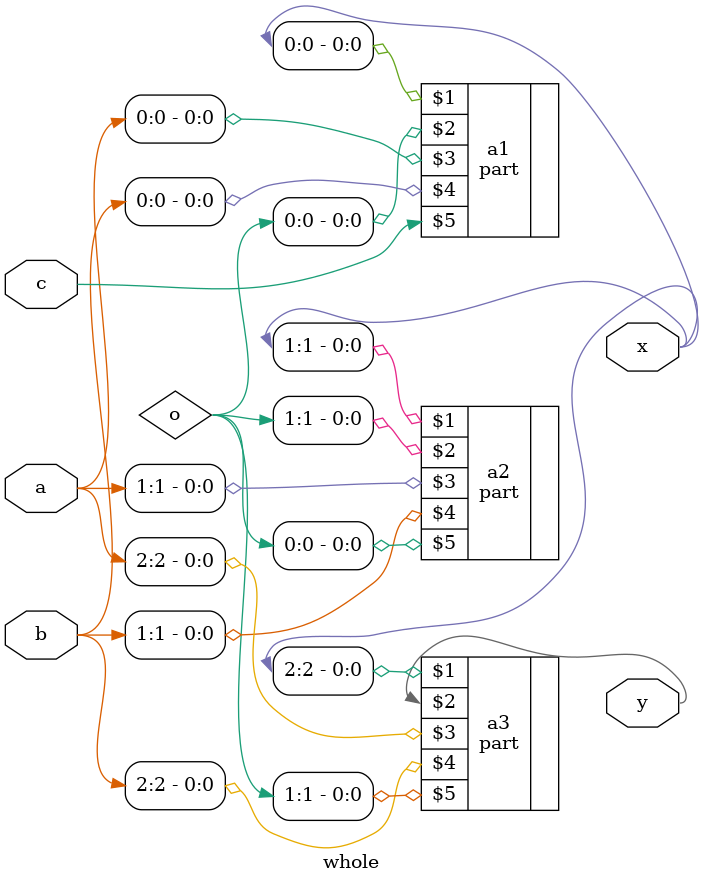
<source format=v>
module whole(y,x,a,b,c);
//module part(x,o,a,b,c);
input [2:0]a,b;
input c;
output [2:0]x;
output y;
wire [1:0]o;
part a1(x[0],o[0],a[0],b[0],c);
part a2(x[1],o[1],a[1],b[1],o[0]);
part a3(x[2],y,a[2],b[2],o[1]);
endmodule
</source>
